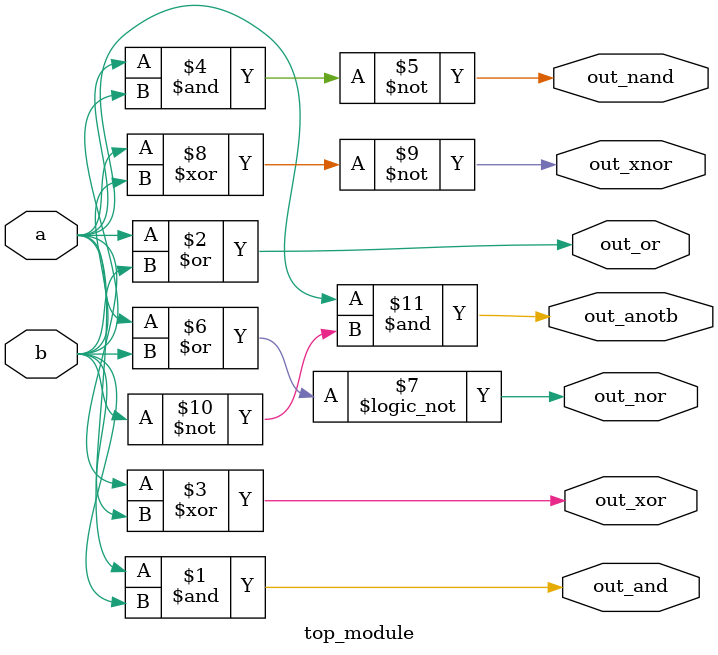
<source format=v>
module top_module( 
    input a, b,
    output out_and,
    output out_or,
    output out_xor,
    output out_nand,
    output out_nor,
    output out_xnor,
    output out_anotb
);
    
    assign out_and = a & b;
    assign out_or = a | b;
    assign out_xor = a ^ b;
    assign out_nand = ~(a & b);
    assign out_nor = !(a | b);
    assign out_xnor = ~(a ^ b);
    assign out_anotb = a & (~b);

endmodule
</source>
